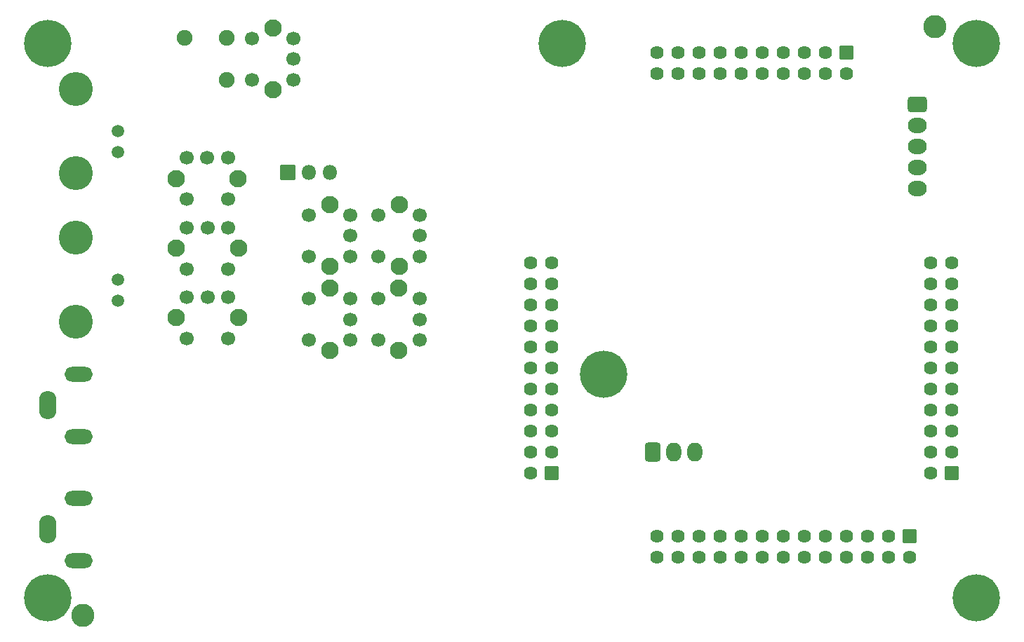
<source format=gbs>
G04 #@! TF.GenerationSoftware,KiCad,Pcbnew,7.0.9*
G04 #@! TF.CreationDate,2024-07-18T06:31:55+01:00*
G04 #@! TF.ProjectId,dacattac-alpha,64616361-7474-4616-932d-616c7068612e,rev?*
G04 #@! TF.SameCoordinates,Original*
G04 #@! TF.FileFunction,Soldermask,Bot*
G04 #@! TF.FilePolarity,Negative*
%FSLAX46Y46*%
G04 Gerber Fmt 4.6, Leading zero omitted, Abs format (unit mm)*
G04 Created by KiCad (PCBNEW 7.0.9) date 2024-07-18 06:31:55*
%MOMM*%
%LPD*%
G01*
G04 APERTURE LIST*
G04 Aperture macros list*
%AMRoundRect*
0 Rectangle with rounded corners*
0 $1 Rounding radius*
0 $2 $3 $4 $5 $6 $7 $8 $9 X,Y pos of 4 corners*
0 Add a 4 corners polygon primitive as box body*
4,1,4,$2,$3,$4,$5,$6,$7,$8,$9,$2,$3,0*
0 Add four circle primitives for the rounded corners*
1,1,$1+$1,$2,$3*
1,1,$1+$1,$4,$5*
1,1,$1+$1,$6,$7*
1,1,$1+$1,$8,$9*
0 Add four rect primitives between the rounded corners*
20,1,$1+$1,$2,$3,$4,$5,0*
20,1,$1+$1,$4,$5,$6,$7,0*
20,1,$1+$1,$6,$7,$8,$9,0*
20,1,$1+$1,$8,$9,$2,$3,0*%
G04 Aperture macros list end*
%ADD10C,1.700000*%
%ADD11C,2.100000*%
%ADD12RoundRect,0.300000X-0.845000X0.620000X-0.845000X-0.620000X0.845000X-0.620000X0.845000X0.620000X0*%
%ADD13O,2.290000X1.840000*%
%ADD14RoundRect,0.050000X0.762000X-0.762000X0.762000X0.762000X-0.762000X0.762000X-0.762000X-0.762000X0*%
%ADD15C,1.624000*%
%ADD16C,2.800000*%
%ADD17O,2.100000X3.400000*%
%ADD18O,3.400000X1.800000*%
%ADD19C,0.700000*%
%ADD20C,5.700000*%
%ADD21RoundRect,0.050000X0.762000X0.762000X-0.762000X0.762000X-0.762000X-0.762000X0.762000X-0.762000X0*%
%ADD22C,1.500000*%
%ADD23C,4.100000*%
%ADD24RoundRect,0.300000X-0.620000X-0.845000X0.620000X-0.845000X0.620000X0.845000X-0.620000X0.845000X0*%
%ADD25O,1.840000X2.290000*%
%ADD26RoundRect,0.050000X0.850000X-0.850000X0.850000X0.850000X-0.850000X0.850000X-0.850000X-0.850000X0*%
%ADD27O,1.800000X1.800000*%
%ADD28C,1.900000*%
G04 APERTURE END LIST*
D10*
G04 #@! TO.C,L8*
X115168000Y-103618000D03*
X120168000Y-103618000D03*
X120168000Y-101118000D03*
X120168000Y-98618000D03*
X115168000Y-98618000D03*
D11*
X117668000Y-104868000D03*
X117668000Y-97368000D03*
G04 #@! TD*
D12*
G04 #@! TO.C,J6*
X188595000Y-75123000D03*
D13*
X188595000Y-77663000D03*
X188595000Y-80203000D03*
X188595000Y-82743000D03*
X188595000Y-85283000D03*
G04 #@! TD*
D14*
G04 #@! TO.C,P20*
X192740000Y-119699800D03*
D15*
X190200000Y-119699800D03*
X192740000Y-117159800D03*
X190200000Y-117159800D03*
X192740000Y-114619800D03*
X190200000Y-114619800D03*
X192740000Y-112079800D03*
X190200000Y-112079800D03*
X192740000Y-109539800D03*
X190200000Y-109539800D03*
X192740000Y-106999800D03*
X190200000Y-106999800D03*
X192740000Y-104459800D03*
X190200000Y-104459800D03*
X192740000Y-101919800D03*
X190200000Y-101919800D03*
X192740000Y-99379800D03*
X190200000Y-99379800D03*
X192740000Y-96839800D03*
X190200000Y-96839800D03*
X192740000Y-94299800D03*
X190200000Y-94299800D03*
G04 #@! TD*
D10*
G04 #@! TO.C,L9*
X123550000Y-93498000D03*
X128550000Y-93498000D03*
X128550000Y-90998000D03*
X128550000Y-88498000D03*
X123550000Y-88498000D03*
D11*
X126050000Y-94748000D03*
X126050000Y-87248000D03*
G04 #@! TD*
D16*
G04 #@! TO.C,FID2*
X87910000Y-136845000D03*
G04 #@! TD*
D17*
G04 #@! TO.C,J4*
X83710000Y-126500000D03*
X83710000Y-111500000D03*
D18*
X87410000Y-107750000D03*
X87410000Y-115250000D03*
X87410000Y-122750000D03*
X87410000Y-130250000D03*
G04 #@! TD*
D19*
G04 #@! TO.C,J11*
X81510000Y-134749800D03*
X82160000Y-133199800D03*
X82160000Y-136299800D03*
X83710000Y-132549800D03*
D20*
X83710000Y-134749800D03*
D19*
X83710000Y-136949800D03*
X85260000Y-133199800D03*
X85260000Y-136299800D03*
X85910000Y-134749800D03*
G04 #@! TD*
G04 #@! TO.C,J13*
X148510000Y-107749800D03*
X149160000Y-106199800D03*
X149160000Y-109299800D03*
X150710000Y-105549800D03*
D20*
X150710000Y-107749800D03*
D19*
X150710000Y-109949800D03*
X152260000Y-106199800D03*
X152260000Y-109299800D03*
X152910000Y-107749800D03*
G04 #@! TD*
D10*
G04 #@! TO.C,L11*
X105436000Y-103404000D03*
X105436000Y-98404000D03*
X102936000Y-98404000D03*
X100436000Y-98404000D03*
X100436000Y-103404000D03*
D11*
X106686000Y-100904000D03*
X99186000Y-100904000D03*
G04 #@! TD*
D10*
G04 #@! TO.C,L10*
X123510000Y-103618000D03*
X128510000Y-103618000D03*
X128510000Y-101118000D03*
X128510000Y-98618000D03*
X123510000Y-98618000D03*
D11*
X126010000Y-104868000D03*
X126010000Y-97368000D03*
G04 #@! TD*
D21*
G04 #@! TO.C,P30*
X180040000Y-68899800D03*
D15*
X180040000Y-71439800D03*
X177500000Y-68899800D03*
X177500000Y-71439800D03*
X174960000Y-68899800D03*
X174960000Y-71439800D03*
X172420000Y-68899800D03*
X172420000Y-71439800D03*
X169880000Y-68899800D03*
X169880000Y-71439800D03*
X167340000Y-68899800D03*
X167340000Y-71439800D03*
X164800000Y-68899800D03*
X164800000Y-71439800D03*
X162260000Y-68899800D03*
X162260000Y-71439800D03*
X159720000Y-68899800D03*
X159720000Y-71439800D03*
X157180000Y-68899800D03*
X157180000Y-71439800D03*
G04 #@! TD*
D10*
G04 #@! TO.C,L14*
X108310000Y-72162000D03*
X113310000Y-72162000D03*
X113310000Y-69662000D03*
X113310000Y-67162000D03*
X108310000Y-67162000D03*
D11*
X110810000Y-73412000D03*
X110810000Y-65912000D03*
G04 #@! TD*
D22*
G04 #@! TO.C,J3*
X92160000Y-96330000D03*
D23*
X87080000Y-101410000D03*
D22*
X92160000Y-98870000D03*
D23*
X87080000Y-91250000D03*
G04 #@! TD*
D24*
G04 #@! TO.C,J1*
X156657000Y-117180000D03*
D25*
X159197000Y-117180000D03*
X161737000Y-117180000D03*
G04 #@! TD*
D10*
G04 #@! TO.C,L7*
X115168000Y-93498000D03*
X120168000Y-93498000D03*
X120168000Y-90998000D03*
X120168000Y-88498000D03*
X115168000Y-88498000D03*
D11*
X117668000Y-94748000D03*
X117668000Y-87248000D03*
G04 #@! TD*
D22*
G04 #@! TO.C,J2*
X92160000Y-78330000D03*
D23*
X87080000Y-83410000D03*
D22*
X92160000Y-80870000D03*
D23*
X87080000Y-73250000D03*
G04 #@! TD*
D21*
G04 #@! TO.C,P22*
X187660000Y-127319800D03*
D15*
X187660000Y-129859800D03*
X185120000Y-127319800D03*
X185120000Y-129859800D03*
X182580000Y-127319800D03*
X182580000Y-129859800D03*
X180040000Y-127319800D03*
X180040000Y-129859800D03*
X177500000Y-127319800D03*
X177500000Y-129859800D03*
X174960000Y-127319800D03*
X174960000Y-129859800D03*
X172420000Y-127319800D03*
X172420000Y-129859800D03*
X169880000Y-127319800D03*
X169880000Y-129859800D03*
X167340000Y-127319800D03*
X167340000Y-129859800D03*
X164800000Y-127319800D03*
X164800000Y-129859800D03*
X162260000Y-127319800D03*
X162260000Y-129859800D03*
X159720000Y-127319800D03*
X159720000Y-129859800D03*
X157180000Y-127319800D03*
X157180000Y-129859800D03*
G04 #@! TD*
D26*
G04 #@! TO.C,JP1*
X112588000Y-83378000D03*
D27*
X115128000Y-83378000D03*
X117668000Y-83378000D03*
G04 #@! TD*
D19*
G04 #@! TO.C,J12*
X143510000Y-67749800D03*
X144160000Y-66199800D03*
X144160000Y-69299800D03*
X145710000Y-65549800D03*
D20*
X145710000Y-67749800D03*
D19*
X145710000Y-69949800D03*
X147260000Y-66199800D03*
X147260000Y-69299800D03*
X147910000Y-67749800D03*
G04 #@! TD*
D14*
G04 #@! TO.C,P28*
X144480000Y-119699800D03*
D15*
X141940000Y-119699800D03*
X144480000Y-117159800D03*
X141940000Y-117159800D03*
X144480000Y-114619800D03*
X141940000Y-114619800D03*
X144480000Y-112079800D03*
X141940000Y-112079800D03*
X144480000Y-109539800D03*
X141940000Y-109539800D03*
X144480000Y-106999800D03*
X141940000Y-106999800D03*
X144480000Y-104459800D03*
X141940000Y-104459800D03*
X144480000Y-101919800D03*
X141940000Y-101919800D03*
X144480000Y-99379800D03*
X141940000Y-99379800D03*
X144480000Y-96839800D03*
X141940000Y-96839800D03*
X144480000Y-94299800D03*
X141940000Y-94299800D03*
G04 #@! TD*
D10*
G04 #@! TO.C,L13*
X105396000Y-86626000D03*
X105396000Y-81626000D03*
X102896000Y-81626000D03*
X100396000Y-81626000D03*
X100396000Y-86626000D03*
D11*
X106646000Y-84126000D03*
X99146000Y-84126000D03*
G04 #@! TD*
D19*
G04 #@! TO.C,J15*
X193510000Y-134749800D03*
X194160000Y-133199800D03*
X194160000Y-136299800D03*
X195710000Y-132549800D03*
D20*
X195710000Y-134749800D03*
D19*
X195710000Y-136949800D03*
X197260000Y-133199800D03*
X197260000Y-136299800D03*
X197910000Y-134749800D03*
G04 #@! TD*
D28*
G04 #@! TO.C,C49*
X105222000Y-72202000D03*
X100142000Y-67122000D03*
X105222000Y-67122000D03*
G04 #@! TD*
D19*
G04 #@! TO.C,J14*
X193510000Y-67749800D03*
X194160000Y-66199800D03*
X194160000Y-69299800D03*
X195710000Y-65549800D03*
D20*
X195710000Y-67749800D03*
D19*
X195710000Y-69949800D03*
X197260000Y-66199800D03*
X197260000Y-69299800D03*
X197910000Y-67749800D03*
G04 #@! TD*
D10*
G04 #@! TO.C,L12*
X105436000Y-95022000D03*
X105436000Y-90022000D03*
X102936000Y-90022000D03*
X100436000Y-90022000D03*
X100436000Y-95022000D03*
D11*
X106686000Y-92522000D03*
X99186000Y-92522000D03*
G04 #@! TD*
D16*
G04 #@! TO.C,FID1*
X190710000Y-65749800D03*
G04 #@! TD*
D19*
G04 #@! TO.C,J10*
X81510000Y-67749800D03*
X82160000Y-66199800D03*
X82160000Y-69299800D03*
X83710000Y-65549800D03*
D20*
X83710000Y-67749800D03*
D19*
X83710000Y-69949800D03*
X85260000Y-66199800D03*
X85260000Y-69299800D03*
X85910000Y-67749800D03*
G04 #@! TD*
M02*

</source>
